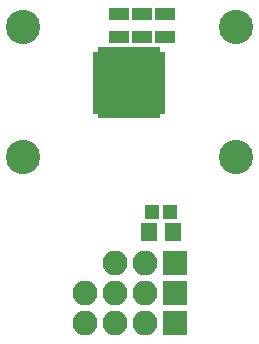
<source format=gbr>
G04 #@! TF.FileFunction,Soldermask,Top*
%FSLAX46Y46*%
G04 Gerber Fmt 4.6, Leading zero omitted, Abs format (unit mm)*
G04 Created by KiCad (PCBNEW 4.0.7) date Wednesday, June 13, 2018 'PMt' 01:49:24 PM*
%MOMM*%
%LPD*%
G01*
G04 APERTURE LIST*
%ADD10C,0.100000*%
%ADD11R,0.650000X0.800000*%
%ADD12R,0.800000X0.650000*%
%ADD13R,5.050000X5.050000*%
%ADD14R,1.400000X1.650000*%
%ADD15R,1.200000X1.150000*%
%ADD16R,1.700000X1.100000*%
%ADD17R,2.100000X2.100000*%
%ADD18O,2.100000X2.100000*%
%ADD19C,2.900000*%
G04 APERTURE END LIST*
D10*
D11*
X8675000Y-4050000D03*
X9325000Y-4050000D03*
X9975000Y-4050000D03*
X10625000Y-4050000D03*
X11275000Y-4050000D03*
X11925000Y-4050000D03*
X12575000Y-4050000D03*
X13225000Y-4050000D03*
D12*
X13625000Y-4450000D03*
X13625000Y-5100000D03*
X13625000Y-5750000D03*
X13625000Y-6400000D03*
X13625000Y-7050000D03*
X13625000Y-7700000D03*
X13625000Y-8350000D03*
X13625000Y-9000000D03*
D11*
X13225000Y-9400000D03*
X12575000Y-9400000D03*
X11925000Y-9400000D03*
X11275000Y-9400000D03*
X10625000Y-9400000D03*
X9975000Y-9400000D03*
X9325000Y-9400000D03*
X8675000Y-9400000D03*
D12*
X8275000Y-9000000D03*
X8275000Y-8350000D03*
X8275000Y-7700000D03*
X8275000Y-7050000D03*
X8275000Y-6400000D03*
X8275000Y-5750000D03*
X8275000Y-5100000D03*
X8275000Y-4450000D03*
D13*
X10950000Y-6725000D03*
D14*
X12675000Y-19325000D03*
X14675000Y-19325000D03*
D15*
X14425000Y-17650000D03*
X12925000Y-17650000D03*
D16*
X10100000Y-2825000D03*
X10100000Y-925000D03*
X12050000Y-2825000D03*
X12050000Y-925000D03*
X14000000Y-2825000D03*
X14000000Y-925000D03*
D17*
X14810000Y-22020000D03*
D18*
X12270000Y-22020000D03*
X9730000Y-22020000D03*
D17*
X14810000Y-24560000D03*
D18*
X12270000Y-24560000D03*
X9730000Y-24560000D03*
X7190000Y-24560000D03*
D17*
X14810000Y-27100000D03*
D18*
X12270000Y-27100000D03*
X9730000Y-27100000D03*
X7190000Y-27100000D03*
D19*
X2000000Y-2000000D03*
X20000000Y-2000000D03*
X2000000Y-13000000D03*
X20000000Y-13000000D03*
M02*

</source>
